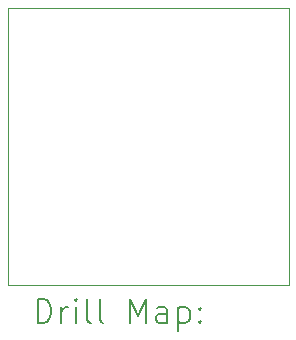
<source format=gbr>
%TF.GenerationSoftware,KiCad,Pcbnew,8.0.2*%
%TF.CreationDate,2024-05-17T09:11:14-06:00*%
%TF.ProjectId,encoder_protyping_board_high_current,656e636f-6465-4725-9f70-726f74797069,rev?*%
%TF.SameCoordinates,Original*%
%TF.FileFunction,Drillmap*%
%TF.FilePolarity,Positive*%
%FSLAX45Y45*%
G04 Gerber Fmt 4.5, Leading zero omitted, Abs format (unit mm)*
G04 Created by KiCad (PCBNEW 8.0.2) date 2024-05-17 09:11:14*
%MOMM*%
%LPD*%
G01*
G04 APERTURE LIST*
%ADD10C,0.100000*%
%ADD11C,0.200000*%
G04 APERTURE END LIST*
D10*
X18480000Y-9525000D02*
X20860000Y-9525000D01*
X20860000Y-11870000D01*
X18480000Y-11870000D01*
X18480000Y-9525000D01*
D11*
X18735777Y-12186484D02*
X18735777Y-11986484D01*
X18735777Y-11986484D02*
X18783396Y-11986484D01*
X18783396Y-11986484D02*
X18811967Y-11996008D01*
X18811967Y-11996008D02*
X18831015Y-12015055D01*
X18831015Y-12015055D02*
X18840539Y-12034103D01*
X18840539Y-12034103D02*
X18850063Y-12072198D01*
X18850063Y-12072198D02*
X18850063Y-12100769D01*
X18850063Y-12100769D02*
X18840539Y-12138865D01*
X18840539Y-12138865D02*
X18831015Y-12157912D01*
X18831015Y-12157912D02*
X18811967Y-12176960D01*
X18811967Y-12176960D02*
X18783396Y-12186484D01*
X18783396Y-12186484D02*
X18735777Y-12186484D01*
X18935777Y-12186484D02*
X18935777Y-12053150D01*
X18935777Y-12091246D02*
X18945301Y-12072198D01*
X18945301Y-12072198D02*
X18954824Y-12062674D01*
X18954824Y-12062674D02*
X18973872Y-12053150D01*
X18973872Y-12053150D02*
X18992920Y-12053150D01*
X19059586Y-12186484D02*
X19059586Y-12053150D01*
X19059586Y-11986484D02*
X19050063Y-11996008D01*
X19050063Y-11996008D02*
X19059586Y-12005531D01*
X19059586Y-12005531D02*
X19069110Y-11996008D01*
X19069110Y-11996008D02*
X19059586Y-11986484D01*
X19059586Y-11986484D02*
X19059586Y-12005531D01*
X19183396Y-12186484D02*
X19164348Y-12176960D01*
X19164348Y-12176960D02*
X19154824Y-12157912D01*
X19154824Y-12157912D02*
X19154824Y-11986484D01*
X19288158Y-12186484D02*
X19269110Y-12176960D01*
X19269110Y-12176960D02*
X19259586Y-12157912D01*
X19259586Y-12157912D02*
X19259586Y-11986484D01*
X19516729Y-12186484D02*
X19516729Y-11986484D01*
X19516729Y-11986484D02*
X19583396Y-12129341D01*
X19583396Y-12129341D02*
X19650063Y-11986484D01*
X19650063Y-11986484D02*
X19650063Y-12186484D01*
X19831015Y-12186484D02*
X19831015Y-12081722D01*
X19831015Y-12081722D02*
X19821491Y-12062674D01*
X19821491Y-12062674D02*
X19802444Y-12053150D01*
X19802444Y-12053150D02*
X19764348Y-12053150D01*
X19764348Y-12053150D02*
X19745301Y-12062674D01*
X19831015Y-12176960D02*
X19811967Y-12186484D01*
X19811967Y-12186484D02*
X19764348Y-12186484D01*
X19764348Y-12186484D02*
X19745301Y-12176960D01*
X19745301Y-12176960D02*
X19735777Y-12157912D01*
X19735777Y-12157912D02*
X19735777Y-12138865D01*
X19735777Y-12138865D02*
X19745301Y-12119817D01*
X19745301Y-12119817D02*
X19764348Y-12110293D01*
X19764348Y-12110293D02*
X19811967Y-12110293D01*
X19811967Y-12110293D02*
X19831015Y-12100769D01*
X19926253Y-12053150D02*
X19926253Y-12253150D01*
X19926253Y-12062674D02*
X19945301Y-12053150D01*
X19945301Y-12053150D02*
X19983396Y-12053150D01*
X19983396Y-12053150D02*
X20002444Y-12062674D01*
X20002444Y-12062674D02*
X20011967Y-12072198D01*
X20011967Y-12072198D02*
X20021491Y-12091246D01*
X20021491Y-12091246D02*
X20021491Y-12148388D01*
X20021491Y-12148388D02*
X20011967Y-12167436D01*
X20011967Y-12167436D02*
X20002444Y-12176960D01*
X20002444Y-12176960D02*
X19983396Y-12186484D01*
X19983396Y-12186484D02*
X19945301Y-12186484D01*
X19945301Y-12186484D02*
X19926253Y-12176960D01*
X20107205Y-12167436D02*
X20116729Y-12176960D01*
X20116729Y-12176960D02*
X20107205Y-12186484D01*
X20107205Y-12186484D02*
X20097682Y-12176960D01*
X20097682Y-12176960D02*
X20107205Y-12167436D01*
X20107205Y-12167436D02*
X20107205Y-12186484D01*
X20107205Y-12062674D02*
X20116729Y-12072198D01*
X20116729Y-12072198D02*
X20107205Y-12081722D01*
X20107205Y-12081722D02*
X20097682Y-12072198D01*
X20097682Y-12072198D02*
X20107205Y-12062674D01*
X20107205Y-12062674D02*
X20107205Y-12081722D01*
M02*

</source>
